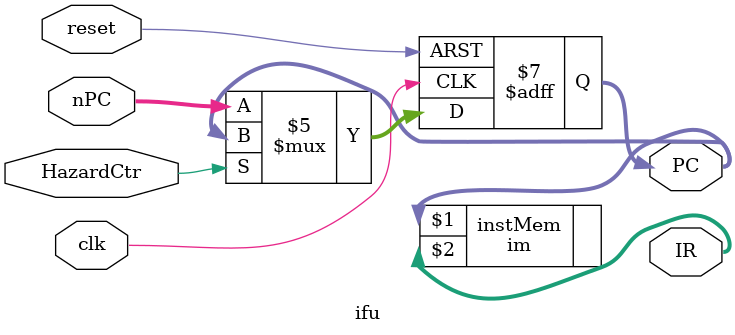
<source format=v>
module ifu(clk,reset,nPC,PC,IR,HazardCtr);

input wire        clk,reset,HazardCtr;
input wire[31:0]  nPC;
output reg[31:0]  PC;
output wire[31:0] IR;

im instMem(PC,IR);

initial begin
    //PC <= 32'd0;        // 36 instructions
    PC <= 32'h00000034; // 45 instructions
end

always@(posedge clk or negedge reset) begin
    if(!reset)             PC <= 32'h00000034;//PC <= 32'd0;
    else if(!HazardCtr)    PC <= nPC;
end

endmodule
</source>
